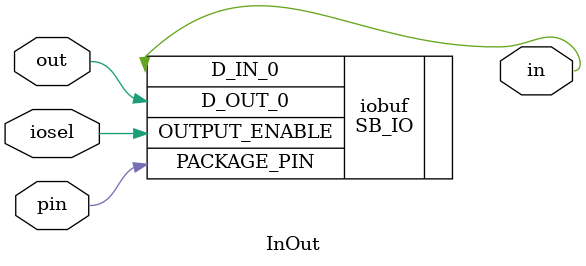
<source format=v>
module InOut (
    inout  pin,
    input  iosel,
    input  out,
    output in
);

  SB_IO #(
      .PIN_TYPE(6'b1010_01),
      .PULLUP  (1'b0)
  ) iobuf (
      .PACKAGE_PIN(pin),
      .OUTPUT_ENABLE(iosel),
      .D_OUT_0(out),
      .D_IN_0(in)
  );

endmodule

</source>
